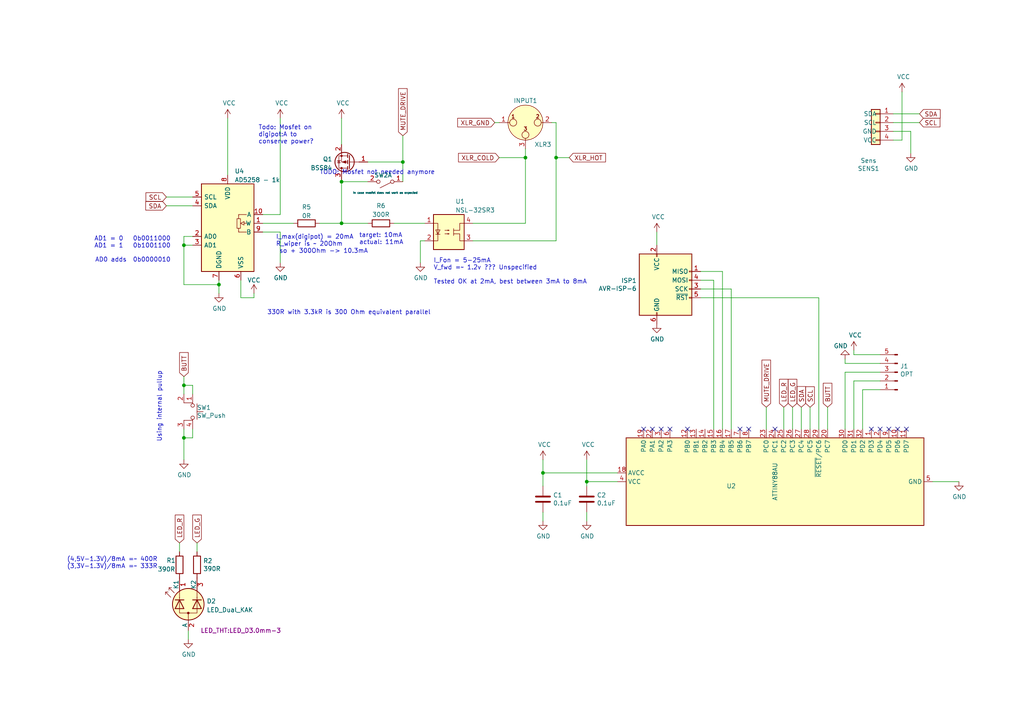
<source format=kicad_sch>
(kicad_sch (version 20230121) (generator eeschema)
  (paper "A4")
  (lib_symbols
    (symbol "Connector:AVR-ISP-6" (pin_names (offset 1.016))
      (property "Reference" "J" (at -6.35 11.43 0))
      (property "Value" "AVR-ISP-6" (at 0 11.43 0))
      (symbol "AVR-ISP-6_0_1"
        (rectangle (start -2.667 -6.858) (end -2.413 -7.62))
        (rectangle (start -2.667 10.16) (end -2.413 9.398))
        (rectangle (start 7.62 -2.413) (end 6.858 -2.667))
        (rectangle (start 7.62 0.127) (end 6.858 -0.127))
        (rectangle (start 7.62 2.667) (end 6.858 2.413))
        (rectangle (start 7.62 5.207) (end 6.858 4.953))
        (rectangle (start 7.62 10.16) (end -7.62 -7.62) (stroke (width 0.254)) (fill (type background)))
      )
      (symbol "AVR-ISP-6_1_1"
        (pin passive line (at 10.16 5.08 180) (length 2.54) (name "MISO") (number "1"))
        (pin passive line (at -2.54 12.7 270) (length 2.54) (name "VCC") (number "2"))
        (pin passive line (at 10.16 0 180) (length 2.54) (name "SCK") (number "3"))
        (pin passive line (at 10.16 2.54 180) (length 2.54) (name "MOSI") (number "4"))
        (pin passive line (at 10.16 -2.54 180) (length 2.54) (name "~{RST}") (number "5"))
        (pin passive line (at -2.54 -10.16 90) (length 2.54) (name "GND") (number "6"))
      )
    )
    (symbol "Connector:Conn_01x05_Male" (pin_names (offset 1.016) hide)
      (property "Reference" "J" (at 0 7.62 0))
      (property "Value" "Conn_01x05_Male" (at 0 -7.62 0))
      (symbol "Conn_01x05_Male_1_1"
        (polyline (pts (xy 1.27 -5.08) (xy 0.8636 -5.08)) (stroke (width 0.1524)))
        (polyline (pts (xy 1.27 -2.54) (xy 0.8636 -2.54)) (stroke (width 0.1524)))
        (polyline (pts (xy 1.27 0) (xy 0.8636 0)) (stroke (width 0.1524)))
        (polyline (pts (xy 1.27 2.54) (xy 0.8636 2.54)) (stroke (width 0.1524)))
        (polyline (pts (xy 1.27 5.08) (xy 0.8636 5.08)) (stroke (width 0.1524)))
        (rectangle (start 0.8636 -4.953) (end 0 -5.207) (stroke (width 0.1524)) (fill (type outline)))
        (rectangle (start 0.8636 -2.413) (end 0 -2.667) (stroke (width 0.1524)) (fill (type outline)))
        (rectangle (start 0.8636 0.127) (end 0 -0.127) (stroke (width 0.1524)) (fill (type outline)))
        (rectangle (start 0.8636 2.667) (end 0 2.413) (stroke (width 0.1524)) (fill (type outline)))
        (rectangle (start 0.8636 5.207) (end 0 4.953) (stroke (width 0.1524)) (fill (type outline)))
        (pin passive line (at 5.08 5.08 180) (length 3.81) (name "Pin_1") (number "1"))
        (pin passive line (at 5.08 2.54 180) (length 3.81) (name "Pin_2") (number "2"))
        (pin passive line (at 5.08 0 180) (length 3.81) (name "Pin_3") (number "3"))
        (pin passive line (at 5.08 -2.54 180) (length 3.81) (name "Pin_4") (number "4"))
        (pin passive line (at 5.08 -5.08 180) (length 3.81) (name "Pin_5") (number "5"))
      )
    )
    (symbol "Connector:XLR3" (pin_names hide)
      (property "Reference" "J" (at 0 8.89 0))
      (property "Value" "XLR3" (at 0 6.35 0))
      (symbol "XLR3_0_1"
        (circle (center -3.556 0) (radius 1.016))
        (circle (center 0 -3.556) (radius 1.016))
        (polyline (pts (xy -5.08 0) (xy -4.572 0)))
        (polyline (pts (xy 0 -5.08) (xy 0 -4.572)))
        (polyline (pts (xy 5.08 0) (xy 4.572 0)))
        (circle (center 0 0) (radius 5.08) (fill (type background)))
        (circle (center 3.556 0) (radius 1.016))
        (text "1" (at -3.556 1.778 0) (effects (font (size 1.016 1.016) bold)))
        (text "2" (at 3.556 1.778 0) (effects (font (size 1.016 1.016) bold)))
        (text "3" (at 0 -1.778 0) (effects (font (size 1.016 1.016) bold)))
        (pin passive line (at -7.62 0 0) (length 2.54) (name "~") (number "1"))
        (pin passive line (at 7.62 0 180) (length 2.54) (name "~") (number "2"))
        (pin passive line (at 0 -7.62 90) (length 2.54) (name "~") (number "3"))
      )
    )
    (symbol "Device:C" (pin_numbers hide) (pin_names (offset 0.254))
      (property "Reference" "C" (at 0.635 2.54 0))
      (property "Value" "C" (at 0.635 -2.54 0))
      (symbol "C_0_1"
        (polyline (pts (xy -2.032 -0.762) (xy 2.032 -0.762)) (stroke (width 0.508)))
        (polyline (pts (xy -2.032 0.762) (xy 2.032 0.762)) (stroke (width 0.508)))
      )
      (symbol "C_1_1"
        (pin passive line (at 0 3.81 270) (length 2.794) (name "~") (number "1"))
        (pin passive line (at 0 -3.81 90) (length 2.794) (name "~") (number "2"))
      )
    )
    (symbol "Device:LED_Dual_KAK" (pin_names (offset 0))
      (property "Reference" "D" (at 0 5.715 0))
      (property "Value" "LED_Dual_KAK" (at 0 -6.35 0))
      (symbol "LED_Dual_KAK_0_1"
        (circle (center -2.54 0) (radius 0.2794) (fill (type outline)))
        (polyline (pts (xy -4.572 0) (xy -2.54 0)))
        (polyline (pts (xy 1.27 -1.27) (xy 1.27 -3.81)) (stroke (width 0.254)))
        (polyline (pts (xy 1.27 3.81) (xy 1.27 1.27)) (stroke (width 0.254)))
        (polyline (pts (xy 3.81 -2.54) (xy 1.905 -2.54)))
        (polyline (pts (xy 3.81 2.54) (xy 1.905 2.54)))
        (polyline (pts (xy -1.27 -1.27) (xy -1.27 -3.81) (xy 1.27 -2.54) (xy -1.27 -1.27)) (stroke (width 0.254)))
        (polyline (pts (xy -1.27 3.81) (xy -1.27 1.27) (xy 1.27 2.54) (xy -1.27 3.81)) (stroke (width 0.254)))
        (polyline (pts (xy 2.032 2.54) (xy -2.54 2.54) (xy -2.54 -2.54) (xy 2.032 -2.54)))
        (polyline (pts (xy 2.032 5.08) (xy 3.556 6.604) (xy 2.794 6.604) (xy 3.556 6.604) (xy 3.556 5.842)))
        (polyline (pts (xy 3.302 4.064) (xy 4.826 5.588) (xy 4.064 5.588) (xy 4.826 5.588) (xy 4.826 4.826)))
        (circle (center 0 0) (radius 4.572) (stroke (width 0.254)) (fill (type background)))
      )
      (symbol "LED_Dual_KAK_1_1"
        (pin input line (at 7.62 2.54 180) (length 3.81) (name "K1") (number "1"))
        (pin input line (at -7.62 0 0) (length 3.048) (name "A") (number "2"))
        (pin input line (at 7.62 -2.54 180) (length 3.81) (name "K2") (number "3"))
      )
    )
    (symbol "Device:R" (pin_numbers hide) (pin_names (offset 0))
      (property "Reference" "R" (at 2.032 0 90))
      (property "Value" "R" (at 0 0 90))
      (symbol "R_0_1"
        (rectangle (start -1.016 -2.54) (end 1.016 2.54) (stroke (width 0.254)))
      )
      (symbol "R_1_1"
        (pin passive line (at 0 3.81 270) (length 1.27) (name "~") (number "1"))
        (pin passive line (at 0 -3.81 90) (length 1.27) (name "~") (number "2"))
      )
    )
    (symbol "Switch:SW_DPST_x2" (pin_names (offset 0) hide)
      (property "Reference" "SW" (at 0 3.175 0))
      (property "Value" "SW_DPST_x2" (at 0 -2.54 0))
      (symbol "SW_DPST_x2_0_0"
        (circle (center -2.032 0) (radius 0.508))
        (polyline (pts (xy -1.524 0.254) (xy 1.524 1.778)))
        (circle (center 2.032 0) (radius 0.508))
      )
      (symbol "SW_DPST_x2_1_1"
        (pin passive line (at -5.08 0 0) (length 2.54) (name "A") (number "1"))
        (pin passive line (at 5.08 0 180) (length 2.54) (name "B") (number "2"))
      )
      (symbol "SW_DPST_x2_2_1"
        (pin passive line (at -5.08 0 0) (length 2.54) (name "A") (number "3"))
        (pin passive line (at 5.08 0 180) (length 2.54) (name "B") (number "4"))
      )
    )
    (symbol "Switch:SW_MEC_5E" (pin_names (offset 1.016) hide)
      (property "Reference" "SW" (at 0.635 5.715 0))
      (property "Value" "SW_MEC_5E" (at 0 -3.175 0))
      (symbol "SW_MEC_5E_0_1"
        (circle (center -1.778 2.54) (radius 0.508))
        (polyline (pts (xy -2.286 3.81) (xy 2.286 3.81)))
        (polyline (pts (xy 0 3.81) (xy 0 5.588)))
        (polyline (pts (xy -2.54 0) (xy -2.54 2.54) (xy -2.286 2.54)))
        (polyline (pts (xy 2.54 0) (xy 2.54 2.54) (xy 2.286 2.54)))
        (circle (center 1.778 2.54) (radius 0.508))
        (pin passive line (at -5.08 2.54 0) (length 2.54) (name "1") (number "1"))
        (pin passive line (at -5.08 0 0) (length 2.54) (name "2") (number "2"))
        (pin passive line (at 5.08 0 180) (length 2.54) (name "K") (number "3"))
        (pin passive line (at 5.08 2.54 180) (length 2.54) (name "A") (number "4"))
      )
    )
    (symbol "Transistor_FET:BSS84" (pin_names hide)
      (property "Reference" "Q" (at 5.08 1.905 0))
      (property "Value" "BSS84" (at 5.08 0 0))
      (symbol "BSS84_0_1"
        (polyline (pts (xy 0.254 0) (xy -2.54 0)))
        (polyline (pts (xy 0.254 1.905) (xy 0.254 -1.905)) (stroke (width 0.254)))
        (polyline (pts (xy 0.762 -1.27) (xy 0.762 -2.286)) (stroke (width 0.254)))
        (polyline (pts (xy 0.762 0.508) (xy 0.762 -0.508)) (stroke (width 0.254)))
        (polyline (pts (xy 0.762 2.286) (xy 0.762 1.27)) (stroke (width 0.254)))
        (polyline (pts (xy 2.54 2.54) (xy 2.54 1.778)))
        (polyline (pts (xy 2.54 -2.54) (xy 2.54 0) (xy 0.762 0)))
        (polyline (pts (xy 0.762 1.778) (xy 3.302 1.778) (xy 3.302 -1.778) (xy 0.762 -1.778)))
        (polyline (pts (xy 2.286 0) (xy 1.27 0.381) (xy 1.27 -0.381) (xy 2.286 0)) (fill (type outline)))
        (polyline (pts (xy 2.794 -0.508) (xy 2.921 -0.381) (xy 3.683 -0.381) (xy 3.81 -0.254)))
        (polyline (pts (xy 3.302 -0.381) (xy 2.921 0.254) (xy 3.683 0.254) (xy 3.302 -0.381)))
        (circle (center 1.651 0) (radius 2.794) (stroke (width 0.254)))
        (circle (center 2.54 -1.778) (radius 0.254) (fill (type outline)))
        (circle (center 2.54 1.778) (radius 0.254) (fill (type outline)))
      )
      (symbol "BSS84_1_1"
        (pin input line (at -5.08 0 0) (length 2.54) (name "G") (number "1"))
        (pin passive line (at 2.54 -5.08 90) (length 2.54) (name "S") (number "2"))
        (pin passive line (at 2.54 5.08 270) (length 2.54) (name "D") (number "3"))
      )
    )
    (symbol "custom:AD5258" (pin_names (offset 0.762))
      (property "Reference" "U" (at -7.62 21.59 0))
      (property "Value" "AD5258" (at 1.27 21.59 0))
      (symbol "AD5258_0_1"
        (rectangle (start -7.62 20.32) (end 7.62 -5.08) (stroke (width 0.254)) (fill (type background)))
      )
      (symbol "AD5258_1_1"
        (polyline (pts (xy 3.175 6.604) (xy 3.175 7.4422)))
        (polyline (pts (xy 3.175 11.2014) (xy 3.175 10.2616)))
        (polyline (pts (xy 4.7498 8.9154) (xy 5.461 8.9154)))
        (polyline (pts (xy 3.175 6.35) (xy 3.175 6.604) (xy 3.175 6.604)) (fill (type background)))
        (polyline (pts (xy 3.175 6.35) (xy 5.461 6.35) (xy 5.461 6.35)) (fill (type background)))
        (polyline (pts (xy 3.175 11.43) (xy 3.175 11.176) (xy 3.175 11.176)))
        (polyline (pts (xy 3.175 11.43) (xy 5.461 11.43) (xy 5.461 11.43)) (fill (type background)))
        (polyline (pts (xy 4.7498 9.398) (xy 4.7498 8.382) (xy 3.7338 8.89) (xy 4.7498 9.398) (xy 4.7498 9.398)) (fill (type background)))
        (rectangle (start 2.6924 10.2362) (end 3.7084 7.4422))
        (pin passive line (at 10.16 8.89 180) (length 2.54) (name "W") (number "1"))
        (pin passive line (at 10.16 11.43 180) (length 2.54) (name "A") (number "10"))
        (pin input line (at -10.16 5.08 0) (length 2.54) (name "AD0") (number "2"))
        (pin input line (at -10.16 2.54 0) (length 2.54) (name "AD1") (number "3"))
        (pin bidirectional line (at -10.16 13.97 0) (length 2.54) (name "SDA") (number "4"))
        (pin input line (at -10.16 16.51 0) (length 2.54) (name "SCL") (number "5"))
        (pin power_in line (at 3.81 -7.62 90) (length 2.54) (name "VSS") (number "6"))
        (pin power_in line (at -2.54 -7.62 90) (length 2.54) (name "DGND") (number "7"))
        (pin power_in line (at 0 22.86 270) (length 2.54) (name "VDD") (number "8"))
        (pin passive line (at 10.16 6.35 180) (length 2.54) (name "B") (number "9"))
      )
    )
    (symbol "mimu_phantom-cache:ATtiny88-AU"
      (property "Reference" "U" (at -12.7 44.45 0))
      (property "Value" "ATtiny88-AU" (at 2.54 -44.45 0))
      (symbol "ATtiny88-AU_0_1"
        (rectangle (start -12.7 -43.18) (end 12.7 43.18) (stroke (width 0.254)) (fill (type background)))
      )
      (symbol "ATtiny88-AU_1_1"
        (pin bidirectional line (at 15.24 -27.94 180) (length 2.54) (name "PD3") (number "1"))
        (pin bidirectional line (at 15.24 -35.56 180) (length 2.54) (name "PD6") (number "10"))
        (pin bidirectional line (at 15.24 -38.1 180) (length 2.54) (name "PD7") (number "11"))
        (pin bidirectional line (at 15.24 25.4 180) (length 2.54) (name "PB0") (number "12"))
        (pin bidirectional line (at 15.24 22.86 180) (length 2.54) (name "PB1") (number "13"))
        (pin bidirectional line (at 15.24 20.32 180) (length 2.54) (name "PB2") (number "14"))
        (pin bidirectional line (at 15.24 17.78 180) (length 2.54) (name "PB3") (number "15"))
        (pin bidirectional line (at 15.24 15.24 180) (length 2.54) (name "PB4") (number "16"))
        (pin bidirectional line (at 15.24 12.7 180) (length 2.54) (name "PB5") (number "17"))
        (pin power_in line (at 2.54 45.72 270) (length 2.54) (name "AVCC") (number "18"))
        (pin bidirectional line (at 15.24 38.1 180) (length 2.54) (name "PA0") (number "19"))
        (pin bidirectional line (at 15.24 -30.48 180) (length 2.54) (name "PD4") (number "2"))
        (pin bidirectional line (at 15.24 -15.24 180) (length 2.54) (name "PC7") (number "20"))
        (pin passive line (at 0 -45.72 90) (length 2.54) hide (name "GND") (number "21"))
        (pin bidirectional line (at 15.24 35.56 180) (length 2.54) (name "PA1") (number "22"))
        (pin bidirectional line (at 15.24 2.54 180) (length 2.54) (name "PC0") (number "23"))
        (pin bidirectional line (at 15.24 0 180) (length 2.54) (name "PC1") (number "24"))
        (pin bidirectional line (at 15.24 -2.54 180) (length 2.54) (name "PC2") (number "25"))
        (pin bidirectional line (at 15.24 -5.08 180) (length 2.54) (name "PC3") (number "26"))
        (pin bidirectional line (at 15.24 -7.62 180) (length 2.54) (name "PC4") (number "27"))
        (pin bidirectional line (at 15.24 -10.16 180) (length 2.54) (name "PC5") (number "28"))
        (pin bidirectional line (at 15.24 -12.7 180) (length 2.54) (name "~{RESET}/PC6") (number "29"))
        (pin bidirectional line (at 15.24 33.02 180) (length 2.54) (name "PA2") (number "3"))
        (pin bidirectional line (at 15.24 -20.32 180) (length 2.54) (name "PD0") (number "30"))
        (pin bidirectional line (at 15.24 -22.86 180) (length 2.54) (name "PD1") (number "31"))
        (pin bidirectional line (at 15.24 -25.4 180) (length 2.54) (name "PD2") (number "32"))
        (pin power_in line (at 0 45.72 270) (length 2.54) (name "VCC") (number "4"))
        (pin power_in line (at 0 -45.72 90) (length 2.54) (name "GND") (number "5"))
        (pin bidirectional line (at 15.24 30.48 180) (length 2.54) (name "PA3") (number "6"))
        (pin bidirectional line (at 15.24 10.16 180) (length 2.54) (name "PB6") (number "7"))
        (pin bidirectional line (at 15.24 7.62 180) (length 2.54) (name "PB7") (number "8"))
        (pin bidirectional line (at 15.24 -33.02 180) (length 2.54) (name "PD5") (number "9"))
      )
    )
    (symbol "mimu_phantom-rescue:Conn_TOF_flipped-custom" (pin_names (offset 1.016))
      (property "Reference" "SENS1" (at 2.0828 10.795 0))
      (property "Value" "Sens" (at 2.0828 8.4836 0))
      (symbol "Conn_TOF_flipped-custom_1_1"
        (rectangle (start -1.27 -4.953) (end 0 -5.207) (stroke (width 0.1524)))
        (rectangle (start -1.27 -2.413) (end 0 -2.667) (stroke (width 0.1524)))
        (rectangle (start -1.27 0.127) (end 0 -0.127) (stroke (width 0.1524)))
        (rectangle (start -1.27 2.667) (end 0 2.413) (stroke (width 0.1524)))
        (rectangle (start -1.27 3.81) (end 1.27 -6.35) (stroke (width 0.254)) (fill (type background)))
        (pin bidirectional line (at -5.08 -5.08 0) (length 3.81) (name "SDA") (number "1"))
        (pin bidirectional line (at -5.08 -2.54 0) (length 3.81) (name "SCL") (number "2"))
        (pin power_in line (at -5.08 0 0) (length 3.81) (name "GND") (number "3"))
        (pin power_in line (at -5.08 2.54 0) (length 3.81) (name "VCC") (number "4"))
      )
    )
    (symbol "mimu_phantom-rescue:H11F1M-custom" (pin_names (offset 1.016))
      (property "Reference" "U" (at 1.27 8.89 0))
      (property "Value" "H11F1M-custom" (at 1.27 6.35 0))
      (symbol "H11F1M-custom_0_1"
        (rectangle (start -5.08 5.08) (end 3.81 -5.08) (stroke (width 0.254)) (fill (type background)))
        (polyline (pts (xy -4.445 -0.635) (xy -3.175 -0.635)))
        (polyline (pts (xy 0.762 -1.016) (xy 0.762 1.016)))
        (polyline (pts (xy -5.08 -2.54) (xy -3.81 -2.54) (xy -3.81 2.54) (xy -5.08 2.54)))
        (polyline (pts (xy -3.81 -0.635) (xy -4.445 0.635) (xy -3.175 0.635) (xy -3.81 -0.635)))
        (polyline (pts (xy 0.762 -0.508) (xy 2.54 -0.508) (xy 2.54 -2.54) (xy 3.81 -2.54)))
        (polyline (pts (xy 3.81 2.54) (xy 2.54 2.54) (xy 2.54 0.508) (xy 0.762 0.508)))
        (polyline (pts (xy -1.778 -0.508) (xy -0.508 -0.508) (xy -0.889 -0.635) (xy -0.889 -0.381) (xy -0.508 -0.508)))
        (polyline (pts (xy -1.778 0.508) (xy -0.508 0.508) (xy -0.889 0.381) (xy -0.889 0.635) (xy -0.508 0.508)))
      )
      (symbol "H11F1M-custom_1_1"
        (pin passive line (at -7.62 2.54 0) (length 2.54) (name "~") (number "1"))
        (pin passive line (at -7.62 -2.54 0) (length 2.54) (name "~") (number "2"))
        (pin power_in line (at 6.35 -2.54 180) (length 2.54) (name "~") (number "3"))
        (pin power_in line (at 6.35 2.54 180) (length 2.54) (name "~") (number "4"))
      )
    )
    (symbol "power:GND" (power) (pin_names (offset 0))
      (property "Value" "GND" (at 0 -3.81 0))
      (symbol "GND_0_1"
        (polyline (pts (xy 0 0) (xy 0 -1.27) (xy 1.27 -1.27) (xy 0 -2.54) (xy -1.27 -1.27) (xy 0 -1.27)))
      )
      (symbol "GND_1_1"
        (pin power_in line (at 0 0 270) (length 0) hide (name "GND") (number "1"))
      )
    )
    (symbol "power:VCC" (power) (pin_names (offset 0))
      (property "Value" "VCC" (at 0 3.81 0))
      (symbol "VCC_0_1"
        (polyline (pts (xy -0.762 1.27) (xy 0 2.54)))
        (polyline (pts (xy 0 0) (xy 0 2.54)))
        (polyline (pts (xy 0 2.54) (xy 0.762 1.27)))
      )
      (symbol "VCC_1_1"
        (pin power_in line (at 0 0 90) (length 0) hide (name "VCC") (number "1"))
      )
    )
  )
  (junction (at 152.4 45.72))
  (junction (at 116.84 46.99))
  (junction (at 161.29 45.72))
  (junction (at 157.48 137.16))
  (junction (at 170.18 139.7))
  (junction (at 53.34 111.76))
  (junction (at 53.34 127))
  (junction (at 99.06 52.705))
  (junction (at 53.34 71.12))
  (junction (at 99.06 64.77))
  (junction (at 63.5 82.55))
  (no_connect (at 224.79 124.46))
  (no_connect (at 217.17 124.46))
  (no_connect (at 257.81 124.46))
  (no_connect (at 214.63 124.46))
  (no_connect (at 189.23 124.46))
  (no_connect (at 199.39 124.46))
  (no_connect (at 194.31 124.46))
  (no_connect (at 191.77 124.46))
  (no_connect (at 260.35 124.46))
  (no_connect (at 255.27 124.46))
  (no_connect (at 262.89 124.46))
  (no_connect (at 252.73 124.46))
  (no_connect (at 186.69 124.46))
  (wire (pts (xy 55.88 68.58) (xy 53.34 68.58)))
  (wire (pts (xy 161.29 45.72) (xy 165.1 45.72)))
  (wire (pts (xy 161.29 45.72) (xy 161.29 69.85)))
  (wire (pts (xy 66.04 34.29) (xy 66.04 50.8)))
  (wire (pts (xy 179.07 137.16) (xy 157.48 137.16)))
  (wire (pts (xy 92.71 64.77) (xy 99.06 64.77)))
  (wire (pts (xy 157.48 133.35) (xy 157.48 137.16)))
  (wire (pts (xy 54.61 185.42) (xy 54.61 182.88)))
  (wire (pts (xy 152.4 43.18) (xy 152.4 45.72)))
  (wire (pts (xy 259.08 35.56) (xy 266.7 35.56)))
  (wire (pts (xy 48.26 59.69) (xy 55.88 59.69)))
  (wire (pts (xy 227.33 124.46) (xy 227.33 118.11)))
  (wire (pts (xy 190.5 67.31) (xy 190.5 71.12)))
  (wire (pts (xy 99.06 34.29) (xy 99.06 41.91)))
  (wire (pts (xy 81.28 62.23) (xy 81.28 34.29)))
  (wire (pts (xy 81.28 76.2) (xy 81.28 67.31)))
  (wire (pts (xy 116.84 46.99) (xy 106.68 46.99)))
  (wire (pts (xy 234.95 118.11) (xy 234.95 124.46)))
  (wire (pts (xy 76.2 62.23) (xy 81.28 62.23)))
  (wire (pts (xy 116.84 46.99) (xy 116.84 52.705)))
  (wire (pts (xy 247.65 102.87) (xy 255.27 102.87)))
  (wire (pts (xy 53.34 82.55) (xy 63.5 82.55)))
  (wire (pts (xy 161.29 35.56) (xy 160.02 35.56)))
  (wire (pts (xy 55.88 71.12) (xy 53.34 71.12)))
  (wire (pts (xy 73.66 86.36) (xy 73.66 85.09)))
  (wire (pts (xy 259.08 40.64) (xy 261.62 40.64)))
  (wire (pts (xy 247.65 101.6) (xy 247.65 102.87)))
  (wire (pts (xy 116.84 39.37) (xy 116.84 46.99)))
  (wire (pts (xy 99.06 52.705) (xy 99.06 64.77)))
  (wire (pts (xy 157.48 151.13) (xy 157.48 148.59)))
  (wire (pts (xy 203.2 81.28) (xy 207.01 81.28)))
  (wire (pts (xy 57.15 160.02) (xy 57.15 157.48)))
  (wire (pts (xy 152.4 45.72) (xy 152.4 64.77)))
  (wire (pts (xy 55.88 111.76) (xy 55.88 114.3)))
  (wire (pts (xy 99.06 52.705) (xy 106.68 52.705)))
  (wire (pts (xy 207.01 124.46) (xy 207.01 81.28)))
  (wire (pts (xy 137.16 64.77) (xy 152.4 64.77)))
  (wire (pts (xy 170.18 139.7) (xy 170.18 140.97)))
  (wire (pts (xy 232.41 124.46) (xy 232.41 118.11)))
  (wire (pts (xy 76.2 64.77) (xy 85.09 64.77)))
  (wire (pts (xy 261.62 26.67) (xy 261.62 40.64)))
  (wire (pts (xy 55.88 124.46) (xy 55.88 127)))
  (wire (pts (xy 170.18 151.13) (xy 170.18 148.59)))
  (wire (pts (xy 266.7 33.02) (xy 259.08 33.02)))
  (wire (pts (xy 81.28 67.31) (xy 76.2 67.31)))
  (wire (pts (xy 203.2 78.74) (xy 209.55 78.74)))
  (wire (pts (xy 114.3 64.77) (xy 123.19 64.77)))
  (wire (pts (xy 209.55 78.74) (xy 209.55 124.46)))
  (wire (pts (xy 123.19 69.85) (xy 121.92 69.85)))
  (wire (pts (xy 143.51 35.56) (xy 144.78 35.56)))
  (wire (pts (xy 229.87 124.46) (xy 229.87 118.11)))
  (wire (pts (xy 245.11 107.95) (xy 245.11 124.46)))
  (wire (pts (xy 170.18 133.35) (xy 170.18 139.7)))
  (wire (pts (xy 69.85 86.36) (xy 73.66 86.36)))
  (wire (pts (xy 264.16 44.45) (xy 264.16 38.1)))
  (wire (pts (xy 63.5 81.28) (xy 63.5 82.55)))
  (wire (pts (xy 255.27 105.41) (xy 245.11 105.41)))
  (wire (pts (xy 53.34 111.76) (xy 53.34 114.3)))
  (wire (pts (xy 53.34 109.22) (xy 53.34 111.76)))
  (wire (pts (xy 53.34 111.76) (xy 55.88 111.76)))
  (wire (pts (xy 53.34 127) (xy 53.34 133.35)))
  (wire (pts (xy 203.2 83.82) (xy 212.09 83.82)))
  (wire (pts (xy 55.88 127) (xy 53.34 127)))
  (wire (pts (xy 237.49 86.36) (xy 237.49 124.46)))
  (wire (pts (xy 212.09 124.46) (xy 212.09 83.82)))
  (wire (pts (xy 99.06 52.07) (xy 99.06 52.705)))
  (wire (pts (xy 55.88 57.15) (xy 48.26 57.15)))
  (wire (pts (xy 179.07 139.7) (xy 170.18 139.7)))
  (wire (pts (xy 247.65 110.49) (xy 255.27 110.49)))
  (wire (pts (xy 121.92 76.2) (xy 121.92 69.85)))
  (wire (pts (xy 152.4 45.72) (xy 144.78 45.72)))
  (wire (pts (xy 161.29 35.56) (xy 161.29 45.72)))
  (wire (pts (xy 52.07 157.48) (xy 52.07 160.02)))
  (wire (pts (xy 270.51 139.7) (xy 278.13 139.7)))
  (wire (pts (xy 53.34 124.46) (xy 53.34 127)))
  (wire (pts (xy 250.19 113.03) (xy 255.27 113.03)))
  (wire (pts (xy 157.48 137.16) (xy 157.48 140.97)))
  (wire (pts (xy 99.06 64.77) (xy 106.68 64.77)))
  (wire (pts (xy 53.34 68.58) (xy 53.34 71.12)))
  (wire (pts (xy 137.16 69.85) (xy 161.29 69.85)))
  (wire (pts (xy 222.25 118.11) (xy 222.25 124.46)))
  (wire (pts (xy 240.03 124.46) (xy 240.03 118.11)))
  (wire (pts (xy 203.2 86.36) (xy 237.49 86.36)))
  (wire (pts (xy 53.34 71.12) (xy 53.34 82.55)))
  (wire (pts (xy 247.65 110.49) (xy 247.65 124.46)))
  (wire (pts (xy 245.11 107.95) (xy 255.27 107.95)))
  (wire (pts (xy 264.16 38.1) (xy 259.08 38.1)))
  (wire (pts (xy 250.19 124.46) (xy 250.19 113.03)))
  (wire (pts (xy 245.11 105.41) (xy 245.11 104.14)))
  (wire (pts (xy 63.5 82.55) (xy 63.5 85.09)))
  (wire (pts (xy 69.85 81.28) (xy 69.85 86.36)))
  (text "Using internal pullup" (at 46.99 128.27 90) (effects (font (size 1.27 1.27)) (justify left bottom)))
  (text "Todo: Mosfet on\ndigipot:A to\nconserve power?" (at 74.93 41.91 0) (effects (font (size 1.27 1.27)) (justify left bottom)))
  (text "330R with 3.3kR is 300 Ohm equivalent parallel" (at 77.47 91.44 0) (effects (font (size 1.27 1.27)) (justify left bottom)))
  (text "I_max(digipot) = 20mA\nR_wiper is ~ 20Ohm\n so + 300Ohm -> 10.3mA" (at 80.01 73.66 0) (effects (font (size 1.27 1.27)) (justify left bottom)))
  (text "TODO: Mosfet not needed anymore" (at 92.71 50.8 0) (effects (font (size 1.27 1.27)) (justify left bottom)))
  (text "I_Fon = 5-25mA\nV_fwd =~ 1.2v ??? Unspecified\n\nTested OK at 2mA, best between 3mA to 8mA" (at 125.73 82.55 0) (effects (font (size 1.27 1.27)) (justify left bottom)))
  (text "AD1 = 0   0b0011000\nAD1 = 1   0b1001100\n\nAD0 adds  0b0000010" (at 49.53 76.2 0) (effects (font (size 1.27 1.27)) (justify right bottom)))
  (text "target: 10mA\nactual: 11mA" (at 104.14 71.12 0) (effects (font (size 1.27 1.27)) (justify left bottom)))
  (text "(4,5V-1.3V)/8mA =~ 400R\n(3,3V-1.3V)/8mA =~ 333R" (at 45.72 165.1 0) (effects (font (size 1.27 1.27)) (justify right bottom)))
  (global_label "XLR_GND" (shape input) (at 143.51 35.56 180) (property "Intersheetrefs" "${INTERSHEET_REFS}" (effects hide)))
  (global_label "SDA" (shape input) (at 232.41 118.11 90) (property "Intersheetrefs" "${INTERSHEET_REFS}" (effects hide)))
  (global_label "SCL" (shape input) (at 234.95 118.11 90) (property "Intersheetrefs" "${INTERSHEET_REFS}" (effects hide)))
  (global_label "XLR_HOT" (shape input) (at 165.1 45.72 0) (property "Intersheetrefs" "${INTERSHEET_REFS}" (effects hide)))
  (global_label "BUTT" (shape input) (at 53.34 109.22 90) (property "Intersheetrefs" "${INTERSHEET_REFS}" (effects hide)))
  (global_label "SDA" (shape input) (at 48.26 59.69 180) (property "Intersheetrefs" "${INTERSHEET_REFS}" (effects hide)))
  (global_label "LED_G" (shape input) (at 57.15 157.48 90) (property "Intersheetrefs" "${INTERSHEET_REFS}" (effects hide)))
  (global_label "LED_R" (shape input) (at 52.07 157.48 90) (property "Intersheetrefs" "${INTERSHEET_REFS}" (effects hide)))
  (global_label "XLR_COLD" (shape input) (at 144.78 45.72 180) (property "Intersheetrefs" "${INTERSHEET_REFS}" (effects hide)))
  (global_label "MUTE_DRIVE" (shape input) (at 116.84 39.37 90) (property "Intersheetrefs" "${INTERSHEET_REFS}" (effects hide)))
  (global_label "SDA" (shape input) (at 266.7 33.02 0) (property "Intersheetrefs" "${INTERSHEET_REFS}" (effects hide)))
  (global_label "LED_G" (shape input) (at 229.87 118.11 90) (property "Intersheetrefs" "${INTERSHEET_REFS}" (effects hide)))
  (global_label "SCL" (shape input) (at 266.7 35.56 0) (property "Intersheetrefs" "${INTERSHEET_REFS}" (effects hide)))
  (global_label "LED_R" (shape input) (at 227.33 118.11 90) (property "Intersheetrefs" "${INTERSHEET_REFS}" (effects hide)))
  (global_label "SCL" (shape input) (at 48.26 57.15 180) (property "Intersheetrefs" "${INTERSHEET_REFS}" (effects hide)))
  (global_label "MUTE_DRIVE" (shape input) (at 222.25 118.11 90) (property "Intersheetrefs" "${INTERSHEET_REFS}" (effects hide)))
  (global_label "BUTT" (shape input) (at 240.03 118.11 90) (property "Intersheetrefs" "${INTERSHEET_REFS}" (effects hide)))
  (symbol (lib_id "power:VCC") (at 247.65 101.6 0) (unit 1)
    (property "Reference" "#PWR018" (effects hide))
    (property "Value" "VCC" (at 248.0818 97.2058 0))
  )
  (symbol (lib_id "mimu_phantom-rescue:Conn_TOF_flipped-custom") (at 254 38.1 180) (unit 1)
    (property "Reference" "SENS1" (at 251.9172 48.895 0))
    (property "Value" "Sens" (at 251.9172 46.5836 0))
    (property "Footprint" "Connector_PinHeader_2.54mm:PinHeader_1x04_P2.54mm_Vertical" (effects hide))
  )
  (symbol (lib_id "mimu_phantom-rescue:H11F1M-custom") (at 130.81 67.31 0) (unit 1)
    (property "Reference" "U1" (at 132.08 58.42 0) (effects (justify left)))
    (property "Value" "NSL-32SR3" (at 132.08 60.96 0) (effects (justify left)))
    (property "Footprint" "custom:DIP-4_bubble_W7.62mm" (effects hide))
    (property "Datasheet" "../doc/optocouplers/NSL-32SR3.pdf" (effects hide))
  )
  (symbol (lib_id "Connector:XLR3") (at 152.4 35.56 0) (unit 1)
    (property "Reference" "INPUT1" (at 152.4 29.21 0))
    (property "Value" "XLR3" (at 157.48 41.91 0))
    (property "Footprint" "Connector_PinHeader_2.54mm:PinHeader_1x03_P2.54mm_Vertical" (effects hide))
  )
  (symbol (lib_id "Connector:AVR-ISP-6") (at 193.04 83.82 0) (unit 1) (in_bom no)
    (property "Reference" "ISP1" (at 184.6834 81.3816 0) (effects (justify right)))
    (property "Value" "AVR-ISP-6" (at 184.6834 83.693 0) (effects (justify right)))
    (property "Footprint" "ProjectLibrary:PinHeader_2x03_P2.54mm_Vertical_pogo" (effects hide))
    (property "Datasheet" " ~" (effects hide))
  )
  (symbol (lib_id "power:GND") (at 190.5 93.98 0) (unit 1)
    (property "Reference" "#PWR012" (effects hide))
    (property "Value" "GND" (at 190.627 98.3742 0))
  )
  (symbol (lib_id "power:GND") (at 278.13 139.7 0) (unit 1)
    (property "Reference" "#PWR017" (effects hide))
    (property "Value" "GND" (at 278.257 144.0942 0))
  )
  (symbol (lib_id "power:GND") (at 53.34 133.35 0) (unit 1)
    (property "Reference" "#PWR05" (effects hide))
    (property "Value" "GND" (at 53.467 137.7442 0))
  )
  (symbol (lib_id "power:GND") (at 121.92 76.2 0) (unit 1)
    (property "Reference" "#PWR06" (effects hide))
    (property "Value" "GND" (at 122.047 80.5942 0))
  )
  (symbol (lib_id "Device:C") (at 157.48 144.78 0) (unit 1)
    (property "Reference" "C1" (at 160.401 143.6116 0) (effects (justify left)))
    (property "Value" "0.1uF" (at 160.401 145.923 0) (effects (justify left)))
    (property "Footprint" "Capacitor_SMD:C_1206_3216Metric_Pad1.33x1.80mm_HandSolder" (effects hide))
  )
  (symbol (lib_id "power:GND") (at 157.48 151.13 0) (unit 1)
    (property "Reference" "#PWR08" (effects hide))
    (property "Value" "GND" (at 157.607 155.5242 0))
  )
  (symbol (lib_id "Connector:Conn_01x05_Male") (at 260.35 107.95 180) (unit 1)
    (property "Reference" "J1" (at 261.0612 106.2228 0) (effects (justify right)))
    (property "Value" "OPT" (at 261.0612 108.5342 0) (effects (justify right)))
    (property "Footprint" "Connector_PinHeader_1.27mm:PinHeader_1x05_P1.27mm_Vertical" (effects hide))
  )
  (symbol (lib_id "power:GND") (at 245.11 104.14 180) (unit 1)
    (property "Reference" "#PWR016" (effects hide))
    (property "Value" "GND" (at 243.84 100.33 0))
  )
  (symbol (lib_id "power:GND") (at 264.16 44.45 0) (unit 1)
    (property "Reference" "#PWR014" (effects hide))
    (property "Value" "GND" (at 264.287 48.8442 0))
  )
  (symbol (lib_id "Device:C") (at 170.18 144.78 0) (unit 1)
    (property "Reference" "C2" (at 173.101 143.6116 0) (effects (justify left)))
    (property "Value" "0.1uF" (at 173.101 145.923 0) (effects (justify left)))
    (property "Footprint" "Capacitor_SMD:C_1206_3216Metric_Pad1.33x1.80mm_HandSolder" (effects hide))
  )
  (symbol (lib_id "power:GND") (at 170.18 151.13 0) (unit 1)
    (property "Reference" "#PWR010" (effects hide))
    (property "Value" "GND" (at 170.307 155.5242 0))
  )
  (symbol (lib_id "mimu_phantom-cache:ATtiny88-AU") (at 224.79 139.7 90) (unit 1)
    (property "Reference" "U2" (at 212.09 140.97 90))
    (property "Value" "ATTINY88AU" (at 224.79 139.7 0))
    (property "Footprint" "Package_QFP:TQFP-32_7x7mm_P0.8mm" (effects hide))
    (property "Datasheet" "../doc/ATtiny4888" (effects hide))
  )
  (symbol (lib_id "power:VCC") (at 157.48 133.35 0) (unit 1)
    (property "Reference" "#PWR0104" (effects hide))
    (property "Value" "VCC" (at 157.9118 128.9558 0))
  )
  (symbol (lib_id "power:VCC") (at 170.18 133.35 0) (unit 1)
    (property "Reference" "#PWR0105" (effects hide))
    (property "Value" "VCC" (at 170.6118 128.9558 0))
  )
  (symbol (lib_id "power:VCC") (at 261.62 26.67 0) (unit 1)
    (property "Reference" "#PWR0106" (effects hide))
    (property "Value" "VCC" (at 262.0518 22.2758 0))
  )
  (symbol (lib_id "power:GND") (at 54.61 185.42 0) (unit 1)
    (property "Reference" "#PWR01" (effects hide))
    (property "Value" "GND" (at 54.737 189.8142 0))
  )
  (symbol (lib_id "Device:R") (at 52.07 163.83 0) (unit 1)
    (property "Reference" "R1" (at 48.26 162.56 0) (effects (justify left)))
    (property "Value" "390R" (at 45.72 165.1 0) (effects (justify left)))
    (property "Footprint" "Capacitor_SMD:C_1206_3216Metric_Pad1.33x1.80mm_HandSolder" (effects hide))
  )
  (symbol (lib_id "Device:R") (at 57.15 163.83 0) (unit 1)
    (property "Reference" "R2" (at 58.928 162.6616 0) (effects (justify left)))
    (property "Value" "390R" (at 58.928 164.973 0) (effects (justify left)))
    (property "Footprint" "Resistor_SMD:R_1206_3216Metric_Pad1.30x1.75mm_HandSolder" (effects hide))
  )
  (symbol (lib_id "Switch:SW_MEC_5E") (at 53.34 119.38 270) (unit 1)
    (property "Reference" "SW1" (at 57.0992 118.2116 90) (effects (justify left)))
    (property "Value" "SW_Push" (at 57.0992 120.523 90) (effects (justify left)))
    (property "Footprint" "digikey:Switch_Tactile_SMD_6x6mm_PTS645" (effects hide))
    (property "Datasheet" "https://www.digikey.de/product-detail/en/schurter-inc/1301-9314-24/486-4184-2-ND/8536716" (effects hide))
  )
  (symbol (lib_id "power:VCC") (at 190.5 67.31 0) (unit 1)
    (property "Reference" "#PWR0109" (effects hide))
    (property "Value" "VCC" (at 190.9318 62.9158 0))
  )
  (symbol (lib_id "Switch:SW_DPST_x2") (at 111.76 52.705 180) (unit 1)
    (property "Reference" "SW2" (at 111.125 50.8 0))
    (property "Value" "In case mosfet does not work as expected" (at 111.76 55.88 0) (effects (font (size 0.57 0.57))))
    (property "Footprint" "Jumper:SolderJumper-2_P1.3mm_Open_TrianglePad1.0x1.5mm" (effects hide))
  )
  (symbol (lib_id "power:VCC") (at 66.04 34.29 0) (unit 1)
    (property "Reference" "#PWR0112" (effects hide))
    (property "Value" "VCC" (at 66.4718 29.8958 0))
  )
  (symbol (lib_id "power:VCC") (at 99.06 34.29 0) (unit 1)
    (property "Reference" "#PWR0108" (effects hide))
    (property "Value" "VCC" (at 99.4918 29.8958 0))
  )
  (symbol (lib_id "Device:R") (at 88.9 64.77 90) (unit 1)
    (property "Reference" "R5" (at 88.9 60.0542 90))
    (property "Value" "0R" (at 88.9 62.5911 90))
    (property "Footprint" "Resistor_SMD:R_1206_3216Metric_Pad1.30x1.75mm_HandSolder" (effects hide))
  )
  (symbol (lib_id "custom:AD5258") (at 66.04 73.66 0) (unit 1)
    (property "Reference" "U4" (at 68.0594 49.6402 0) (effects (justify left)))
    (property "Value" "AD5258 - 1k" (at 68.0594 52.1771 0) (effects (justify left)))
    (property "Footprint" "Package_SO:MSOP-10_3x3mm_P0.5mm" (effects hide))
    (property "Datasheet" "https://www.analog.com/media/en/technical-documentation/data-sheets/AD5253_5254.pdf" (effects hide))
  )
  (symbol (lib_id "Transistor_FET:BSS84") (at 101.6 46.99 180) (unit 1)
    (property "Reference" "Q1" (at 96.3931 46.1553 0) (effects (justify left)))
    (property "Value" "BSS84" (at 96.3931 48.6922 0) (effects (justify left)))
    (property "Footprint" "Package_TO_SOT_SMD:SOT-23" (effects hide))
    (property "Datasheet" "http://assets.nexperia.com/documents/data-sheet/BSS84.pdf" (effects hide))
  )
  (symbol (lib_id "Device:R") (at 110.49 64.77 90) (unit 1)
    (property "Reference" "R6" (at 110.49 59.69 90))
    (property "Value" "300R" (at 110.49 62.23 90))
    (property "Footprint" "Resistor_SMD:R_1206_3216Metric_Pad1.30x1.75mm_HandSolder" (effects hide))
  )
  (symbol (lib_id "power:VCC") (at 73.66 85.09 0) (unit 1)
    (property "Reference" "#PWR0114" (effects hide))
    (property "Value" "VCC" (at 73.66 81.28 0))
  )
  (symbol (lib_id "power:GND") (at 63.5 85.09 0) (unit 1)
    (property "Reference" "#PWR0113" (effects hide))
    (property "Value" "GND" (at 63.627 89.4842 0))
  )
  (symbol (lib_id "power:GND") (at 81.28 76.2 0) (unit 1)
    (property "Reference" "#PWR0110" (effects hide))
    (property "Value" "GND" (at 81.407 80.5942 0))
  )
  (symbol (lib_id "power:VCC") (at 81.28 34.29 0) (unit 1)
    (property "Reference" "#PWR0111" (effects hide))
    (property "Value" "VCC" (at 81.7118 29.8958 0))
  )
  (symbol (lib_id "Device:LED_Dual_KAK") (at 54.61 175.26 90) (unit 1)
    (property "Reference" "D2" (at 59.944 174.3618 90) (effects (justify right)))
    (property "Value" "LED_Dual_KAK" (at 59.944 176.8987 90) (effects (justify right)))
    (property "Footprint" "LED_THT:LED_D3.0mm-3" (at 69.85 182.88 90))
  )
)
</source>
